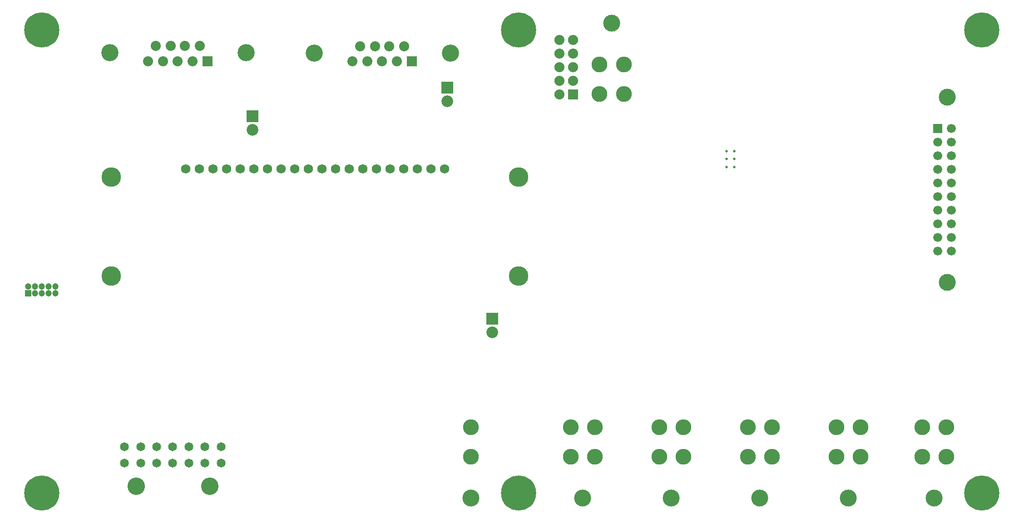
<source format=gbr>
G04 #@! TF.FileFunction,Soldermask,Bot*
%FSLAX46Y46*%
G04 Gerber Fmt 4.6, Leading zero omitted, Abs format (unit mm)*
G04 Created by KiCad (PCBNEW 4.0.2-stable) date 4/19/2016 3:42:03 PM*
%MOMM*%
G01*
G04 APERTURE LIST*
%ADD10C,0.100000*%
%ADD11R,1.202400X1.202400*%
%ADD12C,1.202400*%
%ADD13R,2.184400X2.184400*%
%ADD14O,2.184400X2.184400*%
%ADD15C,1.652400*%
%ADD16C,3.252400*%
%ADD17C,6.552400*%
%ADD18C,0.752400*%
%ADD19C,0.482400*%
%ADD20C,1.752400*%
%ADD21C,3.652400*%
%ADD22R,1.879600X1.879600*%
%ADD23O,1.879600X1.879600*%
%ADD24C,3.152400*%
%ADD25R,1.676400X1.676400*%
%ADD26C,1.676400*%
%ADD27C,2.952400*%
%ADD28C,3.202400*%
%ADD29R,1.876400X1.876400*%
%ADD30C,1.876400*%
G04 APERTURE END LIST*
D10*
D11*
X60960000Y-97409000D03*
D12*
X62230000Y-97409000D03*
X63500000Y-97409000D03*
X64770000Y-97409000D03*
X66040000Y-97409000D03*
X62230000Y-96139000D03*
X63500000Y-96139000D03*
X64770000Y-96139000D03*
X66040000Y-96139000D03*
X60960000Y-96139000D03*
D13*
X147447000Y-102108000D03*
D14*
X147447000Y-104648000D03*
D15*
X96884000Y-129030000D03*
X96884000Y-126030000D03*
X93884000Y-126030000D03*
X93884000Y-129030000D03*
X90884000Y-129030000D03*
X90884000Y-126030000D03*
D16*
X94784000Y-133350000D03*
D15*
X87884000Y-126030000D03*
X87884000Y-129030000D03*
X84884000Y-129030000D03*
X84884000Y-126030000D03*
X81884000Y-126030000D03*
X81884000Y-129030000D03*
X78884000Y-126030000D03*
X78884000Y-129030000D03*
D16*
X81084000Y-133350000D03*
D13*
X102743000Y-64389000D03*
D14*
X102743000Y-66929000D03*
D13*
X139065000Y-59055000D03*
D14*
X139065000Y-61595000D03*
D17*
X63500000Y-48260000D03*
D18*
X65900000Y-48260000D03*
X65197056Y-49957056D03*
X63500000Y-50660000D03*
X61802944Y-49957056D03*
X61100000Y-48260000D03*
X61802944Y-46562944D03*
X63500000Y-45860000D03*
X65197056Y-46562944D03*
D17*
X63500000Y-134620000D03*
D18*
X65900000Y-134620000D03*
X65197056Y-136317056D03*
X63500000Y-137020000D03*
X61802944Y-136317056D03*
X61100000Y-134620000D03*
X61802944Y-132922944D03*
X63500000Y-132220000D03*
X65197056Y-132922944D03*
D17*
X152400000Y-134620000D03*
D18*
X154800000Y-134620000D03*
X154097056Y-136317056D03*
X152400000Y-137020000D03*
X150702944Y-136317056D03*
X150000000Y-134620000D03*
X150702944Y-132922944D03*
X152400000Y-132220000D03*
X154097056Y-132922944D03*
D17*
X238760000Y-134620000D03*
D18*
X241160000Y-134620000D03*
X240457056Y-136317056D03*
X238760000Y-137020000D03*
X237062944Y-136317056D03*
X236360000Y-134620000D03*
X237062944Y-132922944D03*
X238760000Y-132220000D03*
X240457056Y-132922944D03*
D19*
X191111000Y-70846400D03*
X192611000Y-70846400D03*
X191111000Y-72346400D03*
X192611000Y-72346400D03*
X191111000Y-73846400D03*
X192611000Y-73846400D03*
D17*
X238760000Y-48260000D03*
D18*
X241160000Y-48260000D03*
X240457056Y-49957056D03*
X238760000Y-50660000D03*
X237062944Y-49957056D03*
X236360000Y-48260000D03*
X237062944Y-46562944D03*
X238760000Y-45860000D03*
X240457056Y-46562944D03*
D17*
X152400000Y-48260000D03*
D18*
X154800000Y-48260000D03*
X154097056Y-49957056D03*
X152400000Y-50660000D03*
X150702944Y-49957056D03*
X150000000Y-48260000D03*
X150702944Y-46562944D03*
X152400000Y-45860000D03*
X154097056Y-46562944D03*
D20*
X90270000Y-74192000D03*
X92810000Y-74192000D03*
X95350000Y-74192000D03*
X97890000Y-74192000D03*
X100430000Y-74192000D03*
X102970000Y-74192000D03*
X105510000Y-74192000D03*
X108050000Y-74192000D03*
X110590000Y-74192000D03*
X113130000Y-74192000D03*
X115670000Y-74192000D03*
X118210000Y-74192000D03*
X120750000Y-74192000D03*
X123290000Y-74192000D03*
X125830000Y-74192000D03*
X128370000Y-74192000D03*
X130910000Y-74192000D03*
X133450000Y-74192000D03*
X135990000Y-74192000D03*
X138530000Y-74192000D03*
D21*
X76400000Y-75692000D03*
X152400000Y-75692000D03*
X76400000Y-94192000D03*
X152400000Y-94192000D03*
D22*
X162560000Y-60325000D03*
D23*
X160020000Y-60325000D03*
X162560000Y-57785000D03*
X160020000Y-57785000D03*
X162560000Y-55245000D03*
X160020000Y-55245000D03*
X162560000Y-52705000D03*
X160020000Y-52705000D03*
X162560000Y-50165000D03*
X160020000Y-50165000D03*
D24*
X232308400Y-60833000D03*
D25*
X230505000Y-66675000D03*
D26*
X233045000Y-66675000D03*
X230505000Y-69215000D03*
X233045000Y-69215000D03*
X230505000Y-71755000D03*
X233045000Y-71755000D03*
X230505000Y-74295000D03*
X233045000Y-74295000D03*
X230505000Y-76835000D03*
X233045000Y-76835000D03*
X230505000Y-79375000D03*
X233045000Y-79375000D03*
X230505000Y-81915000D03*
X233045000Y-81915000D03*
X230505000Y-84455000D03*
X233045000Y-84455000D03*
X230505000Y-86995000D03*
X233045000Y-86995000D03*
X230505000Y-89535000D03*
X233045000Y-89535000D03*
D24*
X232308400Y-95377000D03*
D27*
X171970000Y-60240000D03*
X171970000Y-54740000D03*
X167470000Y-60240000D03*
X167470000Y-54740000D03*
D24*
X169720000Y-46990000D03*
D27*
X143510000Y-122345000D03*
X143510000Y-127845000D03*
D24*
X143510000Y-135595000D03*
D27*
X162064000Y-122345000D03*
X162064000Y-127845000D03*
X166564000Y-122345000D03*
X166564000Y-127845000D03*
D24*
X164314000Y-135595000D03*
D27*
X211594000Y-122345000D03*
X211594000Y-127845000D03*
X216094000Y-122345000D03*
X216094000Y-127845000D03*
D24*
X213844000Y-135595000D03*
D27*
X178574000Y-122345000D03*
X178574000Y-127845000D03*
X183074000Y-122345000D03*
X183074000Y-127845000D03*
D24*
X180824000Y-135595000D03*
D27*
X195084000Y-122345000D03*
X195084000Y-127845000D03*
X199584000Y-122345000D03*
X199584000Y-127845000D03*
D24*
X197334000Y-135595000D03*
D27*
X227620000Y-122345000D03*
X227620000Y-127845000D03*
X232120000Y-122345000D03*
X232120000Y-127845000D03*
D24*
X229870000Y-135595000D03*
D28*
X139700000Y-52578000D03*
X114300000Y-52578000D03*
D29*
X132461000Y-54142400D03*
D30*
X129667000Y-54142400D03*
X126873000Y-54142400D03*
X124206000Y-54142400D03*
X121412000Y-54142400D03*
X122809000Y-51308000D03*
X125603000Y-51308000D03*
X128270000Y-51308000D03*
X131064000Y-51308000D03*
D28*
X101600000Y-52537600D03*
X76200000Y-52537600D03*
D29*
X94361000Y-54102000D03*
D30*
X91567000Y-54102000D03*
X88773000Y-54102000D03*
X86106000Y-54102000D03*
X83312000Y-54102000D03*
X84709000Y-51267600D03*
X87503000Y-51267600D03*
X90170000Y-51267600D03*
X92964000Y-51267600D03*
M02*

</source>
